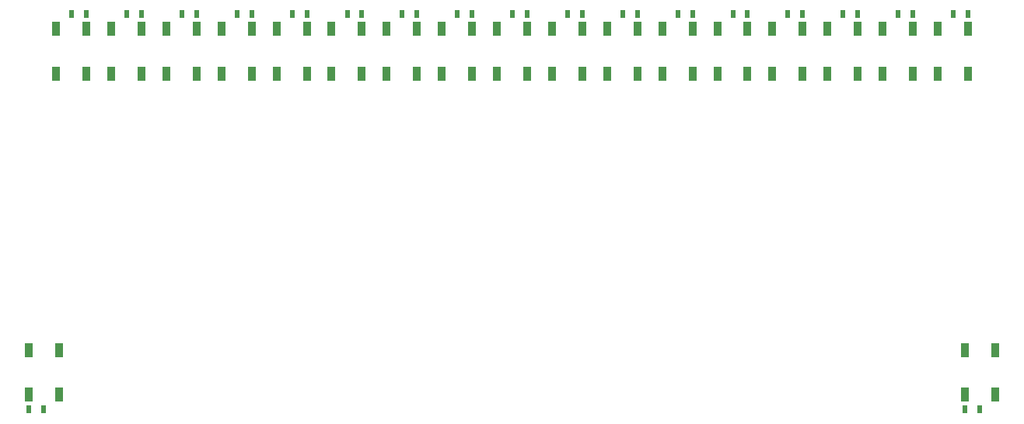
<source format=gtp>
G04 Layer_Color=8421504*
%FSLAX44Y44*%
%MOMM*%
G71*
G01*
G75*
%ADD10R,0.9000X1.5000*%
%ADD11R,0.5500X0.9500*%
D10*
X463500Y365500D02*
D03*
X496500D02*
D03*
Y414500D02*
D03*
X463500D02*
D03*
X403500Y365500D02*
D03*
X436500D02*
D03*
Y414500D02*
D03*
X403500D02*
D03*
X343500D02*
D03*
X376500D02*
D03*
Y365500D02*
D03*
X343500D02*
D03*
X283500Y414500D02*
D03*
X316500D02*
D03*
Y365500D02*
D03*
X283500D02*
D03*
X223500Y414500D02*
D03*
X256500D02*
D03*
Y365500D02*
D03*
X223500D02*
D03*
X163500Y414500D02*
D03*
X196500D02*
D03*
Y365500D02*
D03*
X163500D02*
D03*
X103500Y414500D02*
D03*
X136500D02*
D03*
Y365500D02*
D03*
X103500D02*
D03*
X43500Y414500D02*
D03*
X76500D02*
D03*
Y365500D02*
D03*
X43500D02*
D03*
X-16500Y414500D02*
D03*
X16500D02*
D03*
Y365500D02*
D03*
X-16500D02*
D03*
X-76500Y414500D02*
D03*
X-43500D02*
D03*
Y365500D02*
D03*
X-76500D02*
D03*
X-136500Y414500D02*
D03*
X-103500D02*
D03*
Y365500D02*
D03*
X-136500D02*
D03*
X-196500Y414500D02*
D03*
X-163500D02*
D03*
Y365500D02*
D03*
X-196500D02*
D03*
X-256500Y414500D02*
D03*
X-223500D02*
D03*
Y365500D02*
D03*
X-256500D02*
D03*
X-316500Y414500D02*
D03*
X-283500D02*
D03*
Y365500D02*
D03*
X-316500D02*
D03*
X-376500Y414500D02*
D03*
X-343500D02*
D03*
Y365500D02*
D03*
X-376500D02*
D03*
X-436500Y414500D02*
D03*
X-403500D02*
D03*
Y365500D02*
D03*
X-436500D02*
D03*
X-496500Y414500D02*
D03*
X-463500D02*
D03*
Y365500D02*
D03*
X-496500D02*
D03*
X-493500Y64500D02*
D03*
X-526500D02*
D03*
Y15500D02*
D03*
X-493500D02*
D03*
X526500Y64500D02*
D03*
X493500D02*
D03*
Y15500D02*
D03*
X526500D02*
D03*
D11*
X496500Y430500D02*
D03*
X480500D02*
D03*
X436500D02*
D03*
X420500D02*
D03*
X360500D02*
D03*
X376500D02*
D03*
X300500D02*
D03*
X316500D02*
D03*
X240500D02*
D03*
X256500D02*
D03*
X180500D02*
D03*
X196500D02*
D03*
X120500D02*
D03*
X136500D02*
D03*
X60500D02*
D03*
X76500D02*
D03*
X500D02*
D03*
X16500D02*
D03*
X-59500D02*
D03*
X-43500D02*
D03*
X-119500D02*
D03*
X-103500D02*
D03*
X-179500D02*
D03*
X-163500D02*
D03*
X-239500D02*
D03*
X-223500D02*
D03*
X-299500D02*
D03*
X-283500D02*
D03*
X-359500D02*
D03*
X-343500D02*
D03*
X-419500D02*
D03*
X-403500D02*
D03*
X-479500D02*
D03*
X-463500D02*
D03*
X493500Y-500D02*
D03*
X509500D02*
D03*
X-526500D02*
D03*
X-510500D02*
D03*
M02*

</source>
